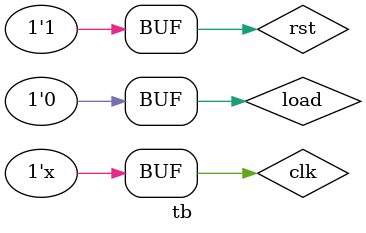
<source format=v>
module rom_4x8 (
    output reg [7:0] r2_o,r3_o,r4_o,r8_o
               );
    initial begin
        r2_o = 8'b00001111; 
        r3_o = 8'b10101010;
        r4_o = 8'b11001100;
        r8_o = 8'b11110000;
    end
endmodule

// 4:1 MUX
module mux4x1 (
    input [1:0]sel,
    input [7:0]i0,i1,i2,i3,
    output reg [7:0]y
               );
    always @(*) begin
        case(sel)
            2'b00: y = i0;
            2'b01: y = i1;
            2'b10: y = i2;
            2'b11: y = i3;
            default: y = 8'b0;
        endcase
    end
endmodule

// 8-bit PISO 
module piso_8bit (
    input clk,
    input rst,
    input load,
    input [7:0]pi,
    output reg so  
);
    reg [7:0]tmp;
    reg [2:0]count;
    always @(posedge clk or posedge rst) begin
        if (rst) begin
            tmp <= 8'd0;
            count <= 3'd0;
            so <= 1'b0;
        end else if (load) begin
            tmp <= pi;
            count <= 3'd0;
            so <= pi[7]; 
        end
        end
endmodule


module wom_8bit (
    input clk,
    input si,
    output reg [7:0] reg_out
);
    always @(posedge clk) begin
        reg_out <= {reg_out[6:0], si};
    end
endmodule

module top(
    input clk,
    input rst,
    input load,
    input [1:0] mux_sel,
    output [7:0] wom_out
           );
    wire [7:0] r2_o, r3_o, r4_o, r8_o;
    wire [7:0] mux_out;
    wire piso_so;


    //instantiation
    rom_4x8 R1(r2_o,r3_o,r4_o,r8_o);
    mux4x1 M1(sel,r2_o,r3_o,r4_o,r8_o,y);
    piso_8bit P1(clk,rst,load,y,so);
    wom_8bit W1(clk,s0,reg_out);

    endmodule
    
    module tb();
    reg clk;
    reg rst;
    reg load;
    wire [7:0] wom_out;

     //instanntiation
     top t1(clk,rst,load,wom_out);


    initial
    clk=0;
    always #10 clk=~clk;

    initial
    begin
    rst=0;
#20 rst=1;
    end

    initial
    repeat(20)
    begin
    load=1;
#40;
    load=0;
    end

    initial
    $monitor("clk=%b,rst=%b,load=%b,wom_out=%b,Time=%t",clk,rst,load,wom_out,$time);
    endmodule
           
        

</source>
